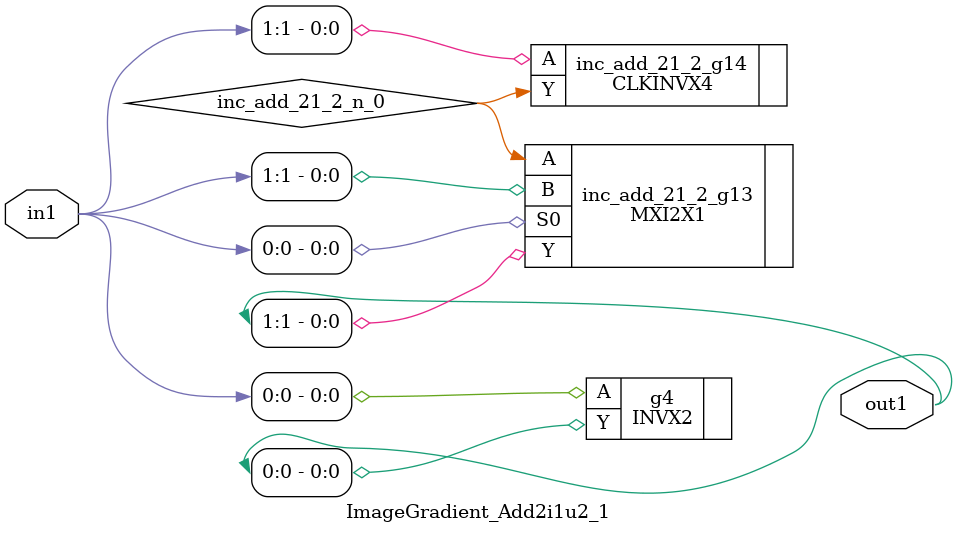
<source format=v>
`timescale 1ps / 1ps


module ImageGradient_Add2i1u2_1(in1, out1);
  input [1:0] in1;
  output [1:0] out1;
  wire [1:0] in1;
  wire [1:0] out1;
  wire inc_add_21_2_n_0;
  INVX2 g4(.A (in1[0]), .Y (out1[0]));
  MXI2X1 inc_add_21_2_g13(.A (inc_add_21_2_n_0), .B (in1[1]), .S0
       (in1[0]), .Y (out1[1]));
  CLKINVX4 inc_add_21_2_g14(.A (in1[1]), .Y (inc_add_21_2_n_0));
endmodule


</source>
